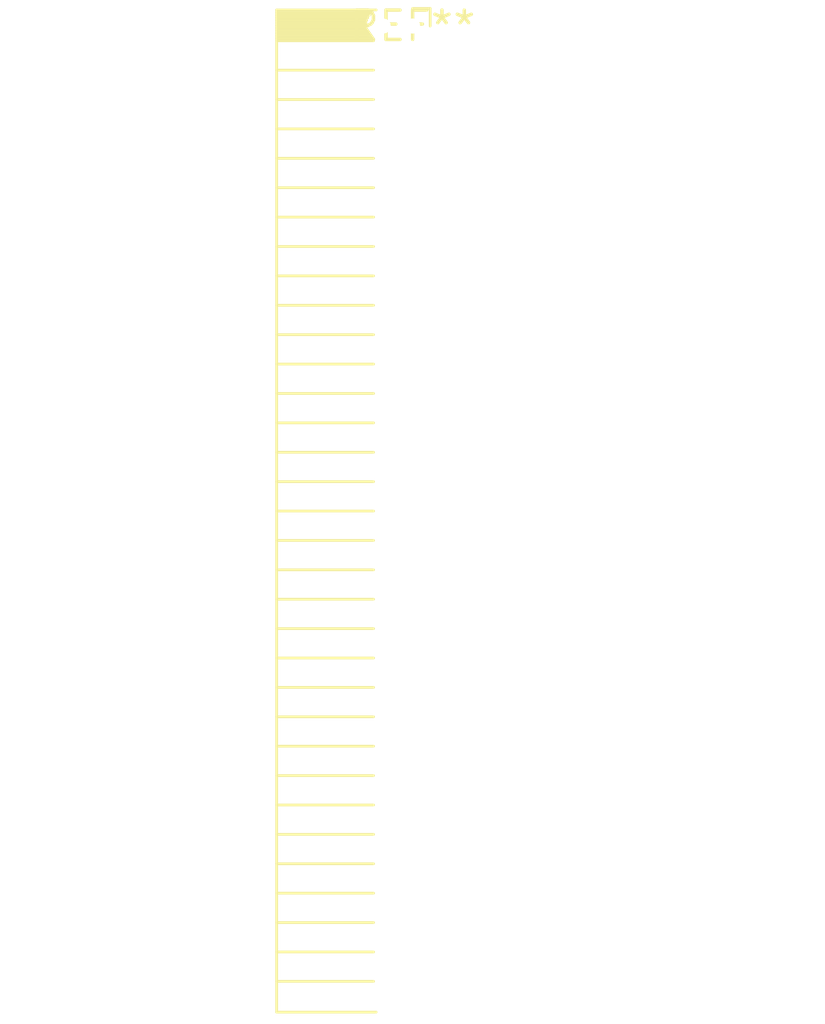
<source format=kicad_pcb>
(kicad_pcb (version 20240108) (generator pcbnew)
  (layers (0 "F.Cu" signal) (31 "B.Cu" signal) (34 "B.Paste" user) (35 "F.Paste" user) (36 "B.SilkS" user "B.Silkscreen") (37 "F.SilkS" user "F.Silkscreen") (38 "B.Mask" user) (39 "F.Mask" user) (44 "Edge.Cuts" user))
  (net 0 "")
  (footprint "PinSocket_2x34_P1.27mm_Horizontal" (layer "F.Cu") (at 0 0)
    (property "Reference" "REF**")
    (property "Value" "PinSocket_2x34_P1.27mm_Horizontal")
    (fp_line (start -5.88 -0.695) (end -5.88 42.605) (layer "F.SilkS") (stroke (width 0.12)))
    (fp_line (start -5.88 -0.695) (end -1.57753 -0.695) (layer "F.SilkS") (stroke (width 0.12)))
    (fp_line (start -5.88 -0.575) (end -1.766966 -0.575) (layer "F.SilkS") (stroke (width 0.12)))
    (fp_line (start -5.88 -0.465) (end -1.871145 -0.465) (layer "F.SilkS") (stroke (width 0.12)))
    (fp_line (start -5.88 -0.355) (end -1.941993 -0.355) (layer "F.SilkS") (stroke (width 0.12)))
    (fp_line (start -5.88 -0.245) (end -1.989427 -0.245) (layer "F.SilkS") (stroke (width 0.12)))
    (fp_line (start -5.88 -0.135) (end -2.017914 -0.135) (layer "F.SilkS") (stroke (width 0.12)))
    (fp_line (start -5.88 -0.025) (end -2.029589 -0.025) (layer "F.SilkS") (stroke (width 0.12)))
    (fp_line (start -5.88 0.085) (end -2.025232 0.085) (layer "F.SilkS") (stroke (width 0.12)))
    (fp_line (start -5.88 0.195) (end -2.004558 0.195) (layer "F.SilkS") (stroke (width 0.12)))
    (fp_line (start -5.88 0.305) (end -1.966114 0.305) (layer "F.SilkS") (stroke (width 0.12)))
    (fp_line (start -5.88 0.415) (end -1.906691 0.415) (layer "F.SilkS") (stroke (width 0.12)))
    (fp_line (start -5.88 0.525) (end -1.819523 0.525) (layer "F.SilkS") (stroke (width 0.12)))
    (fp_line (start -5.88 0.635) (end -1.687582 0.635) (layer "F.SilkS") (stroke (width 0.12)))
    (fp_line (start -5.88 1.905) (end -1.687582 1.905) (layer "F.SilkS") (stroke (width 0.12)))
    (fp_line (start -5.88 3.175) (end -1.687582 3.175) (layer "F.SilkS") (stroke (width 0.12)))
    (fp_line (start -5.88 4.445) (end -1.687582 4.445) (layer "F.SilkS") (stroke (width 0.12)))
    (fp_line (start -5.88 5.715) (end -1.687582 5.715) (layer "F.SilkS") (stroke (width 0.12)))
    (fp_line (start -5.88 6.985) (end -1.687582 6.985) (layer "F.SilkS") (stroke (width 0.12)))
    (fp_line (start -5.88 8.255) (end -1.687582 8.255) (layer "F.SilkS") (stroke (width 0.12)))
    (fp_line (start -5.88 9.525) (end -1.687582 9.525) (layer "F.SilkS") (stroke (width 0.12)))
    (fp_line (start -5.88 10.795) (end -1.687582 10.795) (layer "F.SilkS") (stroke (width 0.12)))
    (fp_line (start -5.88 12.065) (end -1.687582 12.065) (layer "F.SilkS") (stroke (width 0.12)))
    (fp_line (start -5.88 13.335) (end -1.687582 13.335) (layer "F.SilkS") (stroke (width 0.12)))
    (fp_line (start -5.88 14.605) (end -1.687582 14.605) (layer "F.SilkS") (stroke (width 0.12)))
    (fp_line (start -5.88 15.875) (end -1.687582 15.875) (layer "F.SilkS") (stroke (width 0.12)))
    (fp_line (start -5.88 17.145) (end -1.687582 17.145) (layer "F.SilkS") (stroke (width 0.12)))
    (fp_line (start -5.88 18.415) (end -1.687582 18.415) (layer "F.SilkS") (stroke (width 0.12)))
    (fp_line (start -5.88 19.685) (end -1.687582 19.685) (layer "F.SilkS") (stroke (width 0.12)))
    (fp_line (start -5.88 20.955) (end -1.687582 20.955) (layer "F.SilkS") (stroke (width 0.12)))
    (fp_line (start -5.88 22.225) (end -1.687582 22.225) (layer "F.SilkS") (stroke (width 0.12)))
    (fp_line (start -5.88 23.495) (end -1.687582 23.495) (layer "F.SilkS") (stroke (width 0.12)))
    (fp_line (start -5.88 24.765) (end -1.687582 24.765) (layer "F.SilkS") (stroke (width 0.12)))
    (fp_line (start -5.88 26.035) (end -1.687582 26.035) (layer "F.SilkS") (stroke (width 0.12)))
    (fp_line (start -5.88 27.305) (end -1.687582 27.305) (layer "F.SilkS") (stroke (width 0.12)))
    (fp_line (start -5.88 28.575) (end -1.687582 28.575) (layer "F.SilkS") (stroke (width 0.12)))
    (fp_line (start -5.88 29.845) (end -1.687582 29.845) (layer "F.SilkS") (stroke (width 0.12)))
    (fp_line (start -5.88 31.115) (end -1.687582 31.115) (layer "F.SilkS") (stroke (width 0.12)))
    (fp_line (start -5.88 32.385) (end -1.687582 32.385) (layer "F.SilkS") (stroke (width 0.12)))
    (fp_line (start -5.88 33.655) (end -1.687582 33.655) (layer "F.SilkS") (stroke (width 0.12)))
    (fp_line (start -5.88 34.925) (end -1.687582 34.925) (layer "F.SilkS") (stroke (width 0.12)))
    (fp_line (start -5.88 36.195) (end -1.687582 36.195) (layer "F.SilkS") (stroke (width 0.12)))
    (fp_line (start -5.88 37.465) (end -1.687582 37.465) (layer "F.SilkS") (stroke (width 0.12)))
    (fp_line (start -5.88 38.735) (end -1.687582 38.735) (layer "F.SilkS") (stroke (width 0.12)))
    (fp_line (start -5.88 40.005) (end -1.687582 40.005) (layer "F.SilkS") (stroke (width 0.12)))
    (fp_line (start -5.88 41.275) (end -1.687582 41.275) (layer "F.SilkS") (stroke (width 0.12)))
    (fp_line (start -5.88 42.605) (end -1.57753 42.605) (layer "F.SilkS") (stroke (width 0.12)))
    (fp_line (start 0 -0.76) (end 0.76 -0.76) (layer "F.SilkS") (stroke (width 0.12)))
    (fp_line (start 0.76 -0.76) (end 0.76 0) (layer "F.SilkS") (stroke (width 0.12)))
    (pad "1" thru_hole rect (at 0 0) (size 1 1) (drill 0.65) (layers *.Cu *.Mask) (remove_unused_layers))
    (pad "2" thru_hole oval (at -1.27 0) (size 1 1) (drill 0.65) (layers *.Cu *.Mask) (remove_unused_layers))
    (pad "3" thru_hole oval (at 0 1.27) (size 1 1) (drill 0.65) (layers *.Cu *.Mask) (remove_unused_layers))
    (pad "4" thru_hole oval (at -1.27 1.27) (size 1 1) (drill 0.65) (layers *.Cu *.Mask) (remove_unused_layers))
    (pad "5" thru_hole oval (at 0 2.54) (size 1 1) (drill 0.65) (layers *.Cu *.Mask) (remove_unused_layers))
    (pad "6" thru_hole oval (at -1.27 2.54) (size 1 1) (drill 0.65) (layers *.Cu *.Mask) (remove_unused_layers))
    (pad "7" thru_hole oval (at 0 3.81) (size 1 1) (drill 0.65) (layers *.Cu *.Mask) (remove_unused_layers))
    (pad "8" thru_hole oval (at -1.27 3.81) (size 1 1) (drill 0.65) (layers *.Cu *.Mask) (remove_unused_layers))
    (pad "9" thru_hole oval (at 0 5.08) (size 1 1) (drill 0.65) (layers *.Cu *.Mask) (remove_unused_layers))
    (pad "10" thru_hole oval (at -1.27 5.08) (size 1 1) (drill 0.65) (layers *.Cu *.Mask) (remove_unused_layers))
    (pad "11" thru_hole oval (at 0 6.35) (size 1 1) (drill 0.65) (layers *.Cu *.Mask) (remove_unused_layers))
    (pad "12" thru_hole oval (at -1.27 6.35) (size 1 1) (drill 0.65) (layers *.Cu *.Mask) (remove_unused_layers))
    (pad "13" thru_hole oval (at 0 7.62) (size 1 1) (drill 0.65) (layers *.Cu *.Mask) (remove_unused_layers))
    (pad "14" thru_hole oval (at -1.27 7.62) (size 1 1) (drill 0.65) (layers *.Cu *.Mask) (remove_unused_layers))
    (pad "15" thru_hole oval (at 0 8.89) (size 1 1) (drill 0.65) (layers *.Cu *.Mask) (remove_unused_layers))
    (pad "16" thru_hole oval (at -1.27 8.89) (size 1 1) (drill 0.65) (layers *.Cu *.Mask) (remove_unused_layers))
    (pad "17" thru_hole oval (at 0 10.16) (size 1 1) (drill 0.65) (layers *.Cu *.Mask) (remove_unused_layers))
    (pad "18" thru_hole oval (at -1.27 10.16) (size 1 1) (drill 0.65) (layers *.Cu *.Mask) (remove_unused_layers))
    (pad "19" thru_hole oval (at 0 11.43) (size 1 1) (drill 0.65) (layers *.Cu *.Mask) (remove_unused_layers))
    (pad "20" thru_hole oval (at -1.27 11.43) (size 1 1) (drill 0.65) (layers *.Cu *.Mask) (remove_unused_layers))
    (pad "21" thru_hole oval (at 0 12.7) (size 1 1) (drill 0.65) (layers *.Cu *.Mask) (remove_unused_layers))
    (pad "22" thru_hole oval (at -1.27 12.7) (size 1 1) (drill 0.65) (layers *.Cu *.Mask) (remove_unused_layers))
    (pad "23" thru_hole oval (at 0 13.97) (size 1 1) (drill 0.65) (layers *.Cu *.Mask) (remove_unused_layers))
    (pad "24" thru_hole oval (at -1.27 13.97) (size 1 1) (drill 0.65) (layers *.Cu *.Mask) (remove_unused_layers))
    (pad "25" thru_hole oval (at 0 15.24) (size 1 1) (drill 0.65) (layers *.Cu *.Mask) (remove_unused_layers))
    (pad "26" thru_hole oval (at -1.27 15.24) (size 1 1) (drill 0.65) (layers *.Cu *.Mask) (remove_unused_layers))
    (pad "27" thru_hole oval (at 0 16.51) (size 1 1) (drill 0.65) (layers *.Cu *.Mask) (remove_unused_layers))
    (pad "28" thru_hole oval (at -1.27 16.51) (size 1 1) (drill 0.65) (layers *.Cu *.Mask) (remove_unused_layers))
    (pad "29" thru_hole oval (at 0 17.78) (size 1 1) (drill 0.65) (layers *.Cu *.Mask) (remove_unused_layers))
    (pad "30" thru_hole oval (at -1.27 17.78) (size 1 1) (drill 0.65) (layers *.Cu *.Mask) (remove_unused_layers))
    (pad "31" thru_hole oval (at 0 19.05) (size 1 1) (drill 0.65) (layers *.Cu *.Mask) (remove_unused_layers))
    (pad "32" thru_hole oval (at -1.27 19.05) (size 1 1) (drill 0.65) (layers *.Cu *.Mask) (remove_unused_layers))
    (pad "33" thru_hole oval (at 0 20.32) (size 1 1) (drill 0.65) (layers *.Cu *.Mask) (remove_unused_layers))
    (pad "34" thru_hole oval (at -1.27 20.32) (size 1 1) (drill 0.65) (layers *.Cu *.Mask) (remove_unused_layers))
    (pad "35" thru_hole oval (at 0 21.59) (size 1 1) (drill 0.65) (layers *.Cu *.Mask) (remove_unused_layers))
    (pad "36" thru_hole oval (at -1.27 21.59) (size 1 1) (drill 0.65) (layers *.Cu *.Mask) (remove_unused_layers))
    (pad "37" thru_hole oval (at 0 22.86) (size 1 1) (drill 0.65) (layers *.Cu *.Mask) (remove_unused_layers))
    (pad "38" thru_hole oval (at -1.27 22.86) (size 1 1) (drill 0.65) (layers *.Cu *.Mask) (remove_unused_layers))
    (pad "39" thru_hole oval (at 0 24.13) (size 1 1) (drill 0.65) (layers *.Cu *.Mask) (remove_unused_layers))
    (pad "40" thru_hole oval (at -1.27 24.13) (size 1 1) (drill 0.65) (layers *.Cu *.Mask) (remove_unused_layers))
    (pad "41" thru_hole oval (at 0 25.4) (size 1 1) (drill 0.65) (layers *.Cu *.Mask) (remove_unused_layers))
    (pad "42" thru_hole oval (at -1.27 25.4) (size 1 1) (drill 0.65) (layers *.Cu *.Mask) (remove_unused_layers))
    (pad "43" thru_hole oval (at 0 26.67) (size 1 1) (drill 0.65) (layers *.Cu *.Mask) (remove_unused_layers))
    (pad "44" thru_hole oval (at -1.27 26.67) (size 1 1) (drill 0.65) (layers *.Cu *.Mask) (remove_unused_layers))
    (pad "45" thru_hole oval (at 0 27.94) (size 1 1) (drill 0.65) (layers *.Cu *.Mask) (remove_unused_layers))
    (pad "46" thru_hole oval (at -1.27 27.94) (size 1 1) (drill 0.65) (layers *.Cu *.Mask) (remove_unused_layers))
    (pad "47" thru_hole oval (at 0 29.21) (size 1 1) (drill 0.65) (layers *.Cu *.Mask) (remove_unused_layers))
    (pad "48" thru_hole oval (at -1.27 29.21) (size 1 1) (drill 0.65) (layers *.Cu *.Mask) (remove_unused_layers))
    (pad "49" thru_hole oval (at 0 30.48) (size 1 1) (drill 0.65) (layers *.Cu *.Mask) (remove_unused_layers))
    (pad "50" thru_hole oval (at -1.27 30.48) (size 1 1) (drill 0.65) (layers *.Cu *.Mask) (remove_unused_layers))
    (pad "51" thru_hole oval (at 0 31.75) (size 1 1) (drill 0.65) (layers *.Cu *.Mask) (remove_unused_layers))
    (pad "52" thru_hole oval (at -1.27 31.75) (size 1 1) (drill 0.65) (layers *.Cu *.Mask) (remove_unused_layers))
    (pad "53" thru_hole oval (at 0 33.02) (size 1 1) (drill 0.65) (layers *.Cu *.Mask) (remove_unused_layers))
    (pad "54" thru_hole oval (at -1.27 33.02) (size 1 1) (drill 0.65) (layers *.Cu *.Mask) (remove_unused_layers))
    (pad "55" thru_hole oval (at 0 34.29) (size 1 1) (drill 0.65) (layers *.Cu *.Mask) (remove_unused_layers))
    (pad "56" thru_hole oval (at -1.27 34.29) (size 1 1) (drill 0.65) (layers *.Cu *.Mask) (remove_unused_layers))
    (pad "57" thru_hole oval (at 0 35.56) (size 1 1) (drill 0.65) (layers *.Cu *.Mask) (remove_unused_layers))
    (pad "58" thru_hole oval (at -1.27 35.56) (size 1 1) (drill 0.65) (layers *.Cu *.Mask) (remove_unused_layers))
    (pad "59" thru_hole oval (at 0 36.83) (size 1 1) (drill 0.65) (layers *.Cu *.Mask) (remove_unused_layers))
    (pad "60" thru_hole oval (at -1.27 36.83) (size 1 1) (drill 0.65) (layers *.Cu *.Mask) (remove_unused_layers))
    (pad "61" thru_hole oval (at 0 38.1) (size 1 1) (drill 0.65) (layers *.Cu *.Mask) (remove_unused_layers))
    (pad "62" thru_hole oval (at -1.27 38.1) (size 1 1) (drill 0.65) (layers *.Cu *.Mask) (remove_unused_layers))
    (pad "63" thru_hole oval (at 0 39.37) (size 1 1) (drill 0.65) (layers *.Cu *.Mask) (remove_unused_layers))
    (pad "64" thru_hole oval (at -1.27 39.37) (size 1 1) (drill 0.65) (layers *.Cu *.Mask) (remove_unused_layers))
    (pad "65" thru_hole oval (at 0 40.64) (size 1 1) (drill 0.65) (layers *.Cu *.Mask) (remove_unused_layers))
    (pad "66" thru_hole oval (at -1.27 40.64) (size 1 1) (drill 0.65) (layers *.Cu *.Mask) (remove_unused_layers))
    (pad "67" thru_hole oval (at 0 41.91) (size 1 1) (drill 0.65) (layers *.Cu *.Mask) (remove_unused_layers))
    (pad "68" thru_hole oval (at -1.27 41.91) (size 1 1) (drill 0.65) (layers *.Cu *.Mask) (remove_unused_layers))
  )
)
</source>
